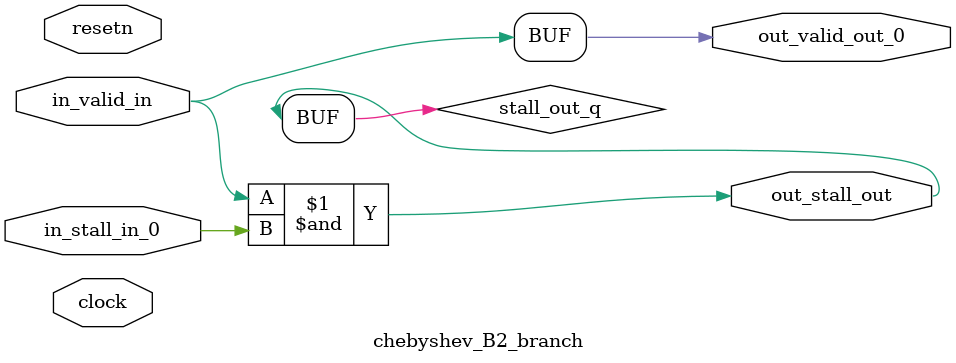
<source format=sv>



(* altera_attribute = "-name AUTO_SHIFT_REGISTER_RECOGNITION OFF; -name MESSAGE_DISABLE 10036; -name MESSAGE_DISABLE 10037; -name MESSAGE_DISABLE 14130; -name MESSAGE_DISABLE 14320; -name MESSAGE_DISABLE 15400; -name MESSAGE_DISABLE 14130; -name MESSAGE_DISABLE 10036; -name MESSAGE_DISABLE 12020; -name MESSAGE_DISABLE 12030; -name MESSAGE_DISABLE 12010; -name MESSAGE_DISABLE 12110; -name MESSAGE_DISABLE 14320; -name MESSAGE_DISABLE 13410; -name MESSAGE_DISABLE 113007; -name MESSAGE_DISABLE 10958" *)
module chebyshev_B2_branch (
    input wire [0:0] in_stall_in_0,
    input wire [0:0] in_valid_in,
    output wire [0:0] out_stall_out,
    output wire [0:0] out_valid_out_0,
    input wire clock,
    input wire resetn
    );

    wire [0:0] stall_out_q;


    // stall_out(LOGICAL,6)
    assign stall_out_q = in_valid_in & in_stall_in_0;

    // out_stall_out(GPOUT,4)
    assign out_stall_out = stall_out_q;

    // out_valid_out_0(GPOUT,5)
    assign out_valid_out_0 = in_valid_in;

endmodule

</source>
